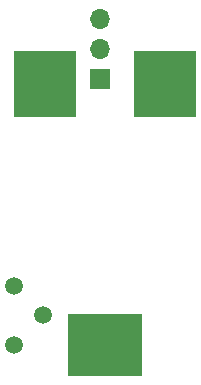
<source format=gbs>
G04 #@! TF.GenerationSoftware,KiCad,Pcbnew,(6.0.1)*
G04 #@! TF.CreationDate,2022-06-09T14:01:23-07:00*
G04 #@! TF.ProjectId,Regulator_5V_rev1_2,52656775-6c61-4746-9f72-5f35565f7265,1.2*
G04 #@! TF.SameCoordinates,Original*
G04 #@! TF.FileFunction,Soldermask,Bot*
G04 #@! TF.FilePolarity,Negative*
%FSLAX46Y46*%
G04 Gerber Fmt 4.6, Leading zero omitted, Abs format (unit mm)*
G04 Created by KiCad (PCBNEW (6.0.1)) date 2022-06-09 14:01:23*
%MOMM*%
%LPD*%
G01*
G04 APERTURE LIST*
%ADD10C,1.498600*%
%ADD11R,1.700000X1.700000*%
%ADD12O,1.700000X1.700000*%
%ADD13R,5.334000X5.588000*%
%ADD14R,6.350000X5.283200*%
G04 APERTURE END LIST*
D10*
X135274500Y-96681000D03*
X137774500Y-99181000D03*
X135274500Y-101681000D03*
D11*
X142565000Y-79185000D03*
D12*
X142565000Y-76645000D03*
X142565000Y-74105000D03*
D13*
X137950000Y-79609000D03*
X148110000Y-79609000D03*
D14*
X143030000Y-101681600D03*
M02*

</source>
